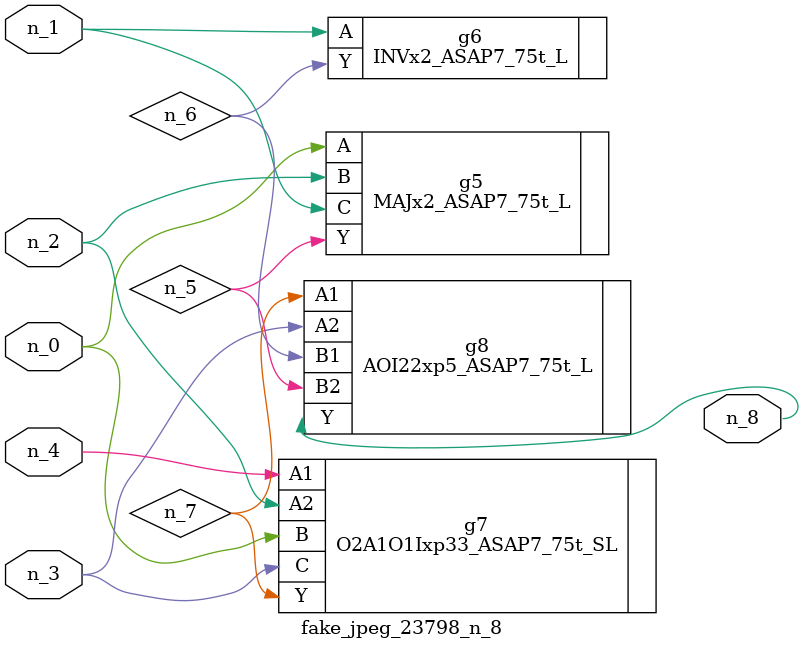
<source format=v>
module fake_jpeg_23798_n_8 (n_3, n_2, n_1, n_0, n_4, n_8);

input n_3;
input n_2;
input n_1;
input n_0;
input n_4;

output n_8;

wire n_6;
wire n_5;
wire n_7;

MAJx2_ASAP7_75t_L g5 ( 
.A(n_0),
.B(n_2),
.C(n_1),
.Y(n_5)
);

INVx2_ASAP7_75t_L g6 ( 
.A(n_1),
.Y(n_6)
);

O2A1O1Ixp33_ASAP7_75t_SL g7 ( 
.A1(n_4),
.A2(n_2),
.B(n_0),
.C(n_3),
.Y(n_7)
);

AOI22xp5_ASAP7_75t_L g8 ( 
.A1(n_7),
.A2(n_3),
.B1(n_6),
.B2(n_5),
.Y(n_8)
);


endmodule
</source>
